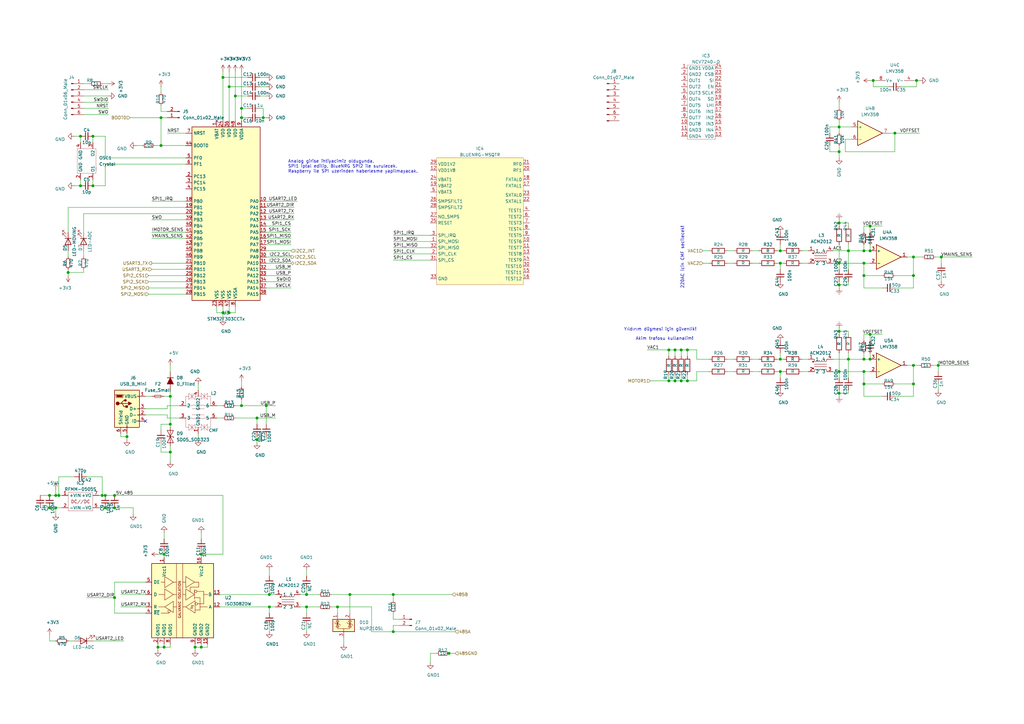
<source format=kicad_sch>
(kicad_sch (version 20210126) (generator eeschema)
  (paper "A3")
  (junction (at 20.32 203.2) (diameter 1.016))
  (junction (at 20.32 208.28) (diameter 1.016))
  (junction (at 22.86 203.2) (diameter 1.016))
  (junction (at 22.86 208.28) (diameter 1.016))
  (junction (at 24.13 203.2) (diameter 1.016))
  (junction (at 27.94 111.76) (diameter 1.016))
  (junction (at 33.02 55.88) (diameter 1.016))
  (junction (at 33.02 76.2) (diameter 1.016))
  (junction (at 38.1 55.88) (diameter 1.016))
  (junction (at 38.1 76.2) (diameter 1.016))
  (junction (at 41.91 203.2) (diameter 1.016))
  (junction (at 43.18 203.2) (diameter 1.016))
  (junction (at 43.18 208.28) (diameter 1.016))
  (junction (at 46.99 203.2) (diameter 1.016))
  (junction (at 46.99 208.28) (diameter 1.016))
  (junction (at 46.99 245.11) (diameter 1.016))
  (junction (at 52.07 179.07) (diameter 1.016))
  (junction (at 64.77 265.43) (diameter 1.016))
  (junction (at 66.04 48.26) (diameter 1.016))
  (junction (at 66.04 59.69) (diameter 1.016))
  (junction (at 67.31 227.33) (diameter 1.016))
  (junction (at 67.31 265.43) (diameter 1.016))
  (junction (at 69.85 162.56) (diameter 1.016))
  (junction (at 69.85 173.99) (diameter 1.016))
  (junction (at 69.85 185.42) (diameter 1.016))
  (junction (at 80.01 265.43) (diameter 1.016))
  (junction (at 82.55 227.33) (diameter 1.016))
  (junction (at 82.55 265.43) (diameter 1.016))
  (junction (at 91.44 31.75) (diameter 1.016))
  (junction (at 91.44 128.27) (diameter 1.016))
  (junction (at 93.98 35.56) (diameter 1.016))
  (junction (at 93.98 128.27) (diameter 1.016))
  (junction (at 96.52 39.37) (diameter 1.016))
  (junction (at 99.06 44.45) (diameter 1.016))
  (junction (at 99.06 48.26) (diameter 1.016))
  (junction (at 99.06 166.37) (diameter 1.016))
  (junction (at 105.41 171.45) (diameter 1.016))
  (junction (at 105.41 180.34) (diameter 1.016))
  (junction (at 107.95 48.26) (diameter 1.016))
  (junction (at 109.22 166.37) (diameter 1.016))
  (junction (at 110.49 243.84) (diameter 1.016))
  (junction (at 110.49 248.92) (diameter 1.016))
  (junction (at 125.73 243.84) (diameter 1.016))
  (junction (at 125.73 248.92) (diameter 1.016))
  (junction (at 138.43 248.92) (diameter 1.016))
  (junction (at 143.51 243.84) (diameter 1.016))
  (junction (at 161.29 243.84) (diameter 1.016))
  (junction (at 161.29 259.08) (diameter 1.016))
  (junction (at 184.15 267.97) (diameter 1.016))
  (junction (at 274.32 143.51) (diameter 1.016))
  (junction (at 274.32 156.21) (diameter 1.016))
  (junction (at 276.86 143.51) (diameter 1.016))
  (junction (at 276.86 156.21) (diameter 1.016))
  (junction (at 279.4 143.51) (diameter 1.016))
  (junction (at 279.4 156.21) (diameter 1.016))
  (junction (at 281.94 143.51) (diameter 1.016))
  (junction (at 281.94 156.21) (diameter 1.016))
  (junction (at 320.04 102.87) (diameter 1.016))
  (junction (at 320.04 107.95) (diameter 1.016))
  (junction (at 320.04 147.32) (diameter 1.016))
  (junction (at 320.04 152.4) (diameter 1.016))
  (junction (at 344.17 52.07) (diameter 1.016))
  (junction (at 344.17 62.23) (diameter 1.016))
  (junction (at 344.17 91.44) (diameter 1.016))
  (junction (at 344.17 107.95) (diameter 1.016))
  (junction (at 344.17 116.84) (diameter 1.016))
  (junction (at 344.17 135.89) (diameter 1.016))
  (junction (at 344.17 152.4) (diameter 1.016))
  (junction (at 344.17 161.29) (diameter 1.016))
  (junction (at 347.98 102.87) (diameter 1.016))
  (junction (at 347.98 147.32) (diameter 1.016))
  (junction (at 354.33 102.87) (diameter 1.016))
  (junction (at 354.33 107.95) (diameter 1.016))
  (junction (at 354.33 113.03) (diameter 1.016))
  (junction (at 354.33 147.32) (diameter 1.016))
  (junction (at 354.33 152.4) (diameter 1.016))
  (junction (at 354.33 157.48) (diameter 1.016))
  (junction (at 356.87 92.71) (diameter 1.016))
  (junction (at 356.87 102.87) (diameter 1.016))
  (junction (at 356.87 137.16) (diameter 1.016))
  (junction (at 356.87 147.32) (diameter 1.016))
  (junction (at 358.14 33.02) (diameter 1.016))
  (junction (at 367.03 54.61) (diameter 1.016))
  (junction (at 374.65 105.41) (diameter 1.016))
  (junction (at 374.65 113.03) (diameter 1.016))
  (junction (at 374.65 149.86) (diameter 1.016))
  (junction (at 374.65 157.48) (diameter 1.016))
  (junction (at 375.92 33.02) (diameter 1.016))
  (junction (at 384.81 149.86) (diameter 1.016))
  (junction (at 386.08 105.41) (diameter 1.016))
  (no_connect (at 59.69 172.72))
  (no_connect (at 88.9 49.53))
  (wire (pts (xy 16.51 203.2) (xy 20.32 203.2)))
  (wire (pts (xy 16.51 208.28) (xy 20.32 208.28)))
  (wire (pts (xy 20.32 203.2) (xy 22.86 203.2)))
  (wire (pts (xy 20.32 208.28) (xy 22.86 208.28)))
  (wire (pts (xy 20.32 260.35) (xy 20.32 262.89)))
  (wire (pts (xy 20.32 262.89) (xy 22.86 262.89)))
  (wire (pts (xy 22.86 200.66) (xy 22.86 203.2)))
  (wire (pts (xy 22.86 208.28) (xy 22.86 210.82)))
  (wire (pts (xy 24.13 195.58) (xy 24.13 203.2)))
  (wire (pts (xy 24.13 203.2) (xy 22.86 203.2)))
  (wire (pts (xy 25.4 203.2) (xy 24.13 203.2)))
  (wire (pts (xy 25.4 208.28) (xy 22.86 208.28)))
  (wire (pts (xy 27.94 85.09) (xy 27.94 95.25)))
  (wire (pts (xy 27.94 105.41) (xy 27.94 102.87)))
  (wire (pts (xy 27.94 111.76) (xy 27.94 110.49)))
  (wire (pts (xy 27.94 113.03) (xy 27.94 111.76)))
  (wire (pts (xy 27.94 262.89) (xy 30.48 262.89)))
  (wire (pts (xy 30.48 55.88) (xy 33.02 55.88)))
  (wire (pts (xy 30.48 76.2) (xy 33.02 76.2)))
  (wire (pts (xy 30.48 195.58) (xy 24.13 195.58)))
  (wire (pts (xy 33.02 55.88) (xy 33.02 58.42)))
  (wire (pts (xy 33.02 73.66) (xy 33.02 76.2)))
  (wire (pts (xy 34.29 34.29) (xy 36.83 34.29)))
  (wire (pts (xy 34.29 36.83) (xy 44.45 36.83)))
  (wire (pts (xy 34.29 39.37) (xy 44.45 39.37)))
  (wire (pts (xy 34.29 41.91) (xy 44.45 41.91)))
  (wire (pts (xy 34.29 44.45) (xy 44.45 44.45)))
  (wire (pts (xy 34.29 46.99) (xy 44.45 46.99)))
  (wire (pts (xy 34.29 87.63) (xy 34.29 95.25)))
  (wire (pts (xy 34.29 87.63) (xy 76.2 87.63)))
  (wire (pts (xy 34.29 102.87) (xy 34.29 105.41)))
  (wire (pts (xy 34.29 110.49) (xy 34.29 111.76)))
  (wire (pts (xy 34.29 111.76) (xy 27.94 111.76)))
  (wire (pts (xy 35.56 195.58) (xy 41.91 195.58)))
  (wire (pts (xy 35.56 245.11) (xy 46.99 245.11)))
  (wire (pts (xy 38.1 55.88) (xy 38.1 58.42)))
  (wire (pts (xy 38.1 55.88) (xy 43.18 55.88)))
  (wire (pts (xy 38.1 73.66) (xy 38.1 76.2)))
  (wire (pts (xy 38.1 76.2) (xy 43.18 76.2)))
  (wire (pts (xy 38.1 262.89) (xy 50.8 262.89)))
  (wire (pts (xy 40.64 203.2) (xy 41.91 203.2)))
  (wire (pts (xy 40.64 208.28) (xy 43.18 208.28)))
  (wire (pts (xy 41.91 34.29) (xy 44.45 34.29)))
  (wire (pts (xy 41.91 195.58) (xy 41.91 203.2)))
  (wire (pts (xy 41.91 203.2) (xy 43.18 203.2)))
  (wire (pts (xy 43.18 64.77) (xy 43.18 55.88)))
  (wire (pts (xy 43.18 64.77) (xy 76.2 64.77)))
  (wire (pts (xy 43.18 67.31) (xy 43.18 76.2)))
  (wire (pts (xy 43.18 67.31) (xy 76.2 67.31)))
  (wire (pts (xy 43.18 203.2) (xy 46.99 203.2)))
  (wire (pts (xy 43.18 208.28) (xy 46.99 208.28)))
  (wire (pts (xy 46.99 203.2) (xy 91.44 203.2)))
  (wire (pts (xy 46.99 208.28) (xy 54.61 208.28)))
  (wire (pts (xy 46.99 238.76) (xy 46.99 245.11)))
  (wire (pts (xy 46.99 245.11) (xy 46.99 251.46)))
  (wire (pts (xy 46.99 251.46) (xy 59.69 251.46)))
  (wire (pts (xy 49.53 177.8) (xy 49.53 179.07)))
  (wire (pts (xy 49.53 179.07) (xy 52.07 179.07)))
  (wire (pts (xy 49.53 243.84) (xy 59.69 243.84)))
  (wire (pts (xy 49.53 248.92) (xy 59.69 248.92)))
  (wire (pts (xy 52.07 177.8) (xy 52.07 179.07)))
  (wire (pts (xy 52.07 179.07) (xy 52.07 180.34)))
  (wire (pts (xy 53.34 48.26) (xy 66.04 48.26)))
  (wire (pts (xy 54.61 208.28) (xy 54.61 210.82)))
  (wire (pts (xy 55.88 59.69) (xy 58.42 59.69)))
  (wire (pts (xy 59.69 167.64) (xy 68.58 167.64)))
  (wire (pts (xy 59.69 238.76) (xy 46.99 238.76)))
  (wire (pts (xy 60.96 113.03) (xy 76.2 113.03)))
  (wire (pts (xy 60.96 115.57) (xy 76.2 115.57)))
  (wire (pts (xy 60.96 118.11) (xy 76.2 118.11)))
  (wire (pts (xy 60.96 120.65) (xy 76.2 120.65)))
  (wire (pts (xy 62.23 82.55) (xy 76.2 82.55)))
  (wire (pts (xy 62.23 90.17) (xy 76.2 90.17)))
  (wire (pts (xy 62.23 95.25) (xy 76.2 95.25)))
  (wire (pts (xy 62.23 97.79) (xy 76.2 97.79)))
  (wire (pts (xy 62.23 107.95) (xy 76.2 107.95)))
  (wire (pts (xy 62.23 110.49) (xy 76.2 110.49)))
  (wire (pts (xy 62.23 162.56) (xy 59.69 162.56)))
  (wire (pts (xy 63.5 59.69) (xy 66.04 59.69)))
  (wire (pts (xy 64.77 227.33) (xy 67.31 227.33)))
  (wire (pts (xy 64.77 264.16) (xy 64.77 265.43)))
  (wire (pts (xy 64.77 265.43) (xy 64.77 266.7)))
  (wire (pts (xy 66.04 35.56) (xy 66.04 38.1)))
  (wire (pts (xy 66.04 43.18) (xy 66.04 45.72)))
  (wire (pts (xy 66.04 45.72) (xy 68.58 45.72)))
  (wire (pts (xy 66.04 48.26) (xy 66.04 59.69)))
  (wire (pts (xy 66.04 59.69) (xy 76.2 59.69)))
  (wire (pts (xy 66.04 173.99) (xy 69.85 173.99)))
  (wire (pts (xy 66.04 176.53) (xy 66.04 173.99)))
  (wire (pts (xy 66.04 181.61) (xy 66.04 185.42)))
  (wire (pts (xy 67.31 162.56) (xy 69.85 162.56)))
  (wire (pts (xy 67.31 218.44) (xy 67.31 220.98)))
  (wire (pts (xy 67.31 227.33) (xy 67.31 226.06)))
  (wire (pts (xy 67.31 228.6) (xy 67.31 227.33)))
  (wire (pts (xy 67.31 264.16) (xy 67.31 265.43)))
  (wire (pts (xy 67.31 265.43) (xy 64.77 265.43)))
  (wire (pts (xy 68.58 48.26) (xy 66.04 48.26)))
  (wire (pts (xy 68.58 54.61) (xy 76.2 54.61)))
  (wire (pts (xy 68.58 166.37) (xy 73.66 166.37)))
  (wire (pts (xy 68.58 167.64) (xy 68.58 166.37)))
  (wire (pts (xy 68.58 170.18) (xy 59.69 170.18)))
  (wire (pts (xy 68.58 170.18) (xy 68.58 171.45)))
  (wire (pts (xy 68.58 171.45) (xy 73.66 171.45)))
  (wire (pts (xy 69.85 149.86) (xy 69.85 152.4)))
  (wire (pts (xy 69.85 160.02) (xy 69.85 162.56)))
  (wire (pts (xy 69.85 162.56) (xy 69.85 173.99)))
  (wire (pts (xy 69.85 173.99) (xy 69.85 175.26)))
  (wire (pts (xy 69.85 182.88) (xy 69.85 185.42)))
  (wire (pts (xy 69.85 185.42) (xy 66.04 185.42)))
  (wire (pts (xy 69.85 185.42) (xy 69.85 189.23)))
  (wire (pts (xy 69.85 264.16) (xy 69.85 265.43)))
  (wire (pts (xy 69.85 265.43) (xy 67.31 265.43)))
  (wire (pts (xy 76.2 85.09) (xy 27.94 85.09)))
  (wire (pts (xy 80.01 264.16) (xy 80.01 265.43)))
  (wire (pts (xy 80.01 265.43) (xy 80.01 266.7)))
  (wire (pts (xy 81.28 160.02) (xy 81.28 157.48)))
  (wire (pts (xy 81.28 180.34) (xy 81.28 177.8)))
  (wire (pts (xy 82.55 220.98) (xy 82.55 218.44)))
  (wire (pts (xy 82.55 226.06) (xy 82.55 227.33)))
  (wire (pts (xy 82.55 227.33) (xy 82.55 228.6)))
  (wire (pts (xy 82.55 227.33) (xy 91.44 227.33)))
  (wire (pts (xy 82.55 264.16) (xy 82.55 265.43)))
  (wire (pts (xy 82.55 265.43) (xy 80.01 265.43)))
  (wire (pts (xy 85.09 264.16) (xy 85.09 265.43)))
  (wire (pts (xy 85.09 265.43) (xy 82.55 265.43)))
  (wire (pts (xy 88.9 125.73) (xy 88.9 128.27)))
  (wire (pts (xy 88.9 128.27) (xy 91.44 128.27)))
  (wire (pts (xy 88.9 166.37) (xy 91.44 166.37)))
  (wire (pts (xy 88.9 171.45) (xy 91.44 171.45)))
  (wire (pts (xy 90.17 243.84) (xy 110.49 243.84)))
  (wire (pts (xy 90.17 248.92) (xy 110.49 248.92)))
  (wire (pts (xy 91.44 29.21) (xy 91.44 31.75)))
  (wire (pts (xy 91.44 31.75) (xy 91.44 49.53)))
  (wire (pts (xy 91.44 125.73) (xy 91.44 128.27)))
  (wire (pts (xy 91.44 128.27) (xy 91.44 130.81)))
  (wire (pts (xy 91.44 128.27) (xy 93.98 128.27)))
  (wire (pts (xy 91.44 203.2) (xy 91.44 227.33)))
  (wire (pts (xy 93.98 29.21) (xy 93.98 35.56)))
  (wire (pts (xy 93.98 35.56) (xy 93.98 49.53)))
  (wire (pts (xy 93.98 125.73) (xy 93.98 128.27)))
  (wire (pts (xy 93.98 128.27) (xy 96.52 128.27)))
  (wire (pts (xy 96.52 29.21) (xy 96.52 39.37)))
  (wire (pts (xy 96.52 39.37) (xy 96.52 49.53)))
  (wire (pts (xy 96.52 125.73) (xy 96.52 128.27)))
  (wire (pts (xy 96.52 171.45) (xy 105.41 171.45)))
  (wire (pts (xy 99.06 29.21) (xy 99.06 44.45)))
  (wire (pts (xy 99.06 44.45) (xy 99.06 48.26)))
  (wire (pts (xy 99.06 48.26) (xy 99.06 49.53)))
  (wire (pts (xy 99.06 48.26) (xy 101.6 48.26)))
  (wire (pts (xy 99.06 156.21) (xy 99.06 158.75)))
  (wire (pts (xy 99.06 163.83) (xy 99.06 166.37)))
  (wire (pts (xy 99.06 166.37) (xy 96.52 166.37)))
  (wire (pts (xy 99.06 166.37) (xy 109.22 166.37)))
  (wire (pts (xy 101.6 31.75) (xy 91.44 31.75)))
  (wire (pts (xy 101.6 35.56) (xy 93.98 35.56)))
  (wire (pts (xy 101.6 39.37) (xy 96.52 39.37)))
  (wire (pts (xy 101.6 44.45) (xy 99.06 44.45)))
  (wire (pts (xy 105.41 171.45) (xy 105.41 173.99)))
  (wire (pts (xy 105.41 171.45) (xy 113.03 171.45)))
  (wire (pts (xy 105.41 179.07) (xy 105.41 180.34)))
  (wire (pts (xy 105.41 180.34) (xy 105.41 181.61)))
  (wire (pts (xy 106.68 31.75) (xy 109.22 31.75)))
  (wire (pts (xy 106.68 35.56) (xy 109.22 35.56)))
  (wire (pts (xy 106.68 39.37) (xy 109.22 39.37)))
  (wire (pts (xy 106.68 44.45) (xy 107.95 44.45)))
  (wire (pts (xy 107.95 44.45) (xy 107.95 48.26)))
  (wire (pts (xy 107.95 48.26) (xy 106.68 48.26)))
  (wire (pts (xy 107.95 48.26) (xy 109.22 48.26)))
  (wire (pts (xy 109.22 82.55) (xy 121.92 82.55)))
  (wire (pts (xy 109.22 85.09) (xy 120.65 85.09)))
  (wire (pts (xy 109.22 87.63) (xy 120.65 87.63)))
  (wire (pts (xy 109.22 90.17) (xy 120.65 90.17)))
  (wire (pts (xy 109.22 92.71) (xy 119.38 92.71)))
  (wire (pts (xy 109.22 95.25) (xy 119.38 95.25)))
  (wire (pts (xy 109.22 97.79) (xy 119.38 97.79)))
  (wire (pts (xy 109.22 100.33) (xy 119.38 100.33)))
  (wire (pts (xy 109.22 102.87) (xy 119.38 102.87)))
  (wire (pts (xy 109.22 105.41) (xy 119.38 105.41)))
  (wire (pts (xy 109.22 107.95) (xy 119.38 107.95)))
  (wire (pts (xy 109.22 110.49) (xy 119.38 110.49)))
  (wire (pts (xy 109.22 113.03) (xy 119.38 113.03)))
  (wire (pts (xy 109.22 115.57) (xy 119.38 115.57)))
  (wire (pts (xy 109.22 118.11) (xy 119.38 118.11)))
  (wire (pts (xy 109.22 166.37) (xy 109.22 173.99)))
  (wire (pts (xy 109.22 166.37) (xy 113.03 166.37)))
  (wire (pts (xy 109.22 179.07) (xy 109.22 180.34)))
  (wire (pts (xy 109.22 180.34) (xy 105.41 180.34)))
  (wire (pts (xy 110.49 236.22) (xy 110.49 233.68)))
  (wire (pts (xy 110.49 241.3) (xy 110.49 243.84)))
  (wire (pts (xy 110.49 243.84) (xy 113.03 243.84)))
  (wire (pts (xy 110.49 248.92) (xy 113.03 248.92)))
  (wire (pts (xy 110.49 251.46) (xy 110.49 248.92)))
  (wire (pts (xy 110.49 256.54) (xy 110.49 259.08)))
  (wire (pts (xy 123.19 243.84) (xy 125.73 243.84)))
  (wire (pts (xy 123.19 248.92) (xy 125.73 248.92)))
  (wire (pts (xy 125.73 233.68) (xy 125.73 236.22)))
  (wire (pts (xy 125.73 241.3) (xy 125.73 243.84)))
  (wire (pts (xy 125.73 243.84) (xy 130.81 243.84)))
  (wire (pts (xy 125.73 248.92) (xy 125.73 251.46)))
  (wire (pts (xy 125.73 248.92) (xy 130.81 248.92)))
  (wire (pts (xy 125.73 259.08) (xy 125.73 256.54)))
  (wire (pts (xy 135.89 243.84) (xy 143.51 243.84)))
  (wire (pts (xy 135.89 248.92) (xy 138.43 248.92)))
  (wire (pts (xy 138.43 248.92) (xy 138.43 251.46)))
  (wire (pts (xy 140.97 261.62) (xy 140.97 264.16)))
  (wire (pts (xy 143.51 243.84) (xy 143.51 251.46)))
  (wire (pts (xy 152.4 248.92) (xy 138.43 248.92)))
  (wire (pts (xy 152.4 259.08) (xy 152.4 248.92)))
  (wire (pts (xy 161.29 96.52) (xy 176.53 96.52)))
  (wire (pts (xy 161.29 99.06) (xy 176.53 99.06)))
  (wire (pts (xy 161.29 101.6) (xy 176.53 101.6)))
  (wire (pts (xy 161.29 104.14) (xy 176.53 104.14)))
  (wire (pts (xy 161.29 106.68) (xy 176.53 106.68)))
  (wire (pts (xy 161.29 243.84) (xy 143.51 243.84)))
  (wire (pts (xy 161.29 243.84) (xy 161.29 246.38)))
  (wire (pts (xy 161.29 243.84) (xy 185.42 243.84)))
  (wire (pts (xy 161.29 251.46) (xy 161.29 254)))
  (wire (pts (xy 161.29 254) (xy 163.83 254)))
  (wire (pts (xy 161.29 256.54) (xy 161.29 259.08)))
  (wire (pts (xy 161.29 256.54) (xy 163.83 256.54)))
  (wire (pts (xy 161.29 259.08) (xy 152.4 259.08)))
  (wire (pts (xy 161.29 259.08) (xy 186.69 259.08)))
  (wire (pts (xy 176.53 267.97) (xy 176.53 271.78)))
  (wire (pts (xy 179.07 267.97) (xy 176.53 267.97)))
  (wire (pts (xy 184.15 267.97) (xy 182.88 267.97)))
  (wire (pts (xy 186.69 267.97) (xy 184.15 267.97)))
  (wire (pts (xy 265.43 143.51) (xy 274.32 143.51)))
  (wire (pts (xy 266.7 156.21) (xy 274.32 156.21)))
  (wire (pts (xy 274.32 143.51) (xy 276.86 143.51)))
  (wire (pts (xy 274.32 146.05) (xy 274.32 143.51)))
  (wire (pts (xy 274.32 153.67) (xy 274.32 156.21)))
  (wire (pts (xy 274.32 156.21) (xy 276.86 156.21)))
  (wire (pts (xy 276.86 143.51) (xy 279.4 143.51)))
  (wire (pts (xy 276.86 146.05) (xy 276.86 143.51)))
  (wire (pts (xy 276.86 156.21) (xy 276.86 153.67)))
  (wire (pts (xy 276.86 156.21) (xy 279.4 156.21)))
  (wire (pts (xy 279.4 143.51) (xy 281.94 143.51)))
  (wire (pts (xy 279.4 146.05) (xy 279.4 143.51)))
  (wire (pts (xy 279.4 156.21) (xy 279.4 153.67)))
  (wire (pts (xy 281.94 143.51) (xy 281.94 146.05)))
  (wire (pts (xy 281.94 153.67) (xy 281.94 156.21)))
  (wire (pts (xy 281.94 156.21) (xy 279.4 156.21)))
  (wire (pts (xy 285.75 143.51) (xy 281.94 143.51)))
  (wire (pts (xy 285.75 147.32) (xy 285.75 143.51)))
  (wire (pts (xy 285.75 147.32) (xy 290.83 147.32)))
  (wire (pts (xy 285.75 152.4) (xy 285.75 156.21)))
  (wire (pts (xy 285.75 152.4) (xy 290.83 152.4)))
  (wire (pts (xy 285.75 156.21) (xy 281.94 156.21)))
  (wire (pts (xy 290.83 102.87) (xy 288.29 102.87)))
  (wire (pts (xy 290.83 107.95) (xy 288.29 107.95)))
  (wire (pts (xy 298.45 147.32) (xy 300.99 147.32)))
  (wire (pts (xy 300.99 102.87) (xy 298.45 102.87)))
  (wire (pts (xy 300.99 107.95) (xy 298.45 107.95)))
  (wire (pts (xy 300.99 152.4) (xy 298.45 152.4)))
  (wire (pts (xy 308.61 102.87) (xy 311.15 102.87)))
  (wire (pts (xy 308.61 147.32) (xy 311.15 147.32)))
  (wire (pts (xy 311.15 107.95) (xy 308.61 107.95)))
  (wire (pts (xy 311.15 152.4) (xy 308.61 152.4)))
  (wire (pts (xy 318.77 102.87) (xy 320.04 102.87)))
  (wire (pts (xy 318.77 107.95) (xy 320.04 107.95)))
  (wire (pts (xy 318.77 147.32) (xy 320.04 147.32)))
  (wire (pts (xy 318.77 152.4) (xy 320.04 152.4)))
  (wire (pts (xy 320.04 100.33) (xy 320.04 102.87)))
  (wire (pts (xy 320.04 102.87) (xy 321.31 102.87)))
  (wire (pts (xy 320.04 107.95) (xy 320.04 110.49)))
  (wire (pts (xy 320.04 107.95) (xy 321.31 107.95)))
  (wire (pts (xy 320.04 144.78) (xy 320.04 147.32)))
  (wire (pts (xy 320.04 147.32) (xy 321.31 147.32)))
  (wire (pts (xy 320.04 152.4) (xy 320.04 154.94)))
  (wire (pts (xy 320.04 152.4) (xy 321.31 152.4)))
  (wire (pts (xy 331.47 102.87) (xy 328.93 102.87)))
  (wire (pts (xy 331.47 107.95) (xy 328.93 107.95)))
  (wire (pts (xy 331.47 147.32) (xy 328.93 147.32)))
  (wire (pts (xy 331.47 152.4) (xy 328.93 152.4)))
  (wire (pts (xy 340.36 52.07) (xy 344.17 52.07)))
  (wire (pts (xy 340.36 54.61) (xy 340.36 52.07)))
  (wire (pts (xy 340.36 59.69) (xy 340.36 62.23)))
  (wire (pts (xy 340.36 62.23) (xy 344.17 62.23)))
  (wire (pts (xy 341.63 102.87) (xy 347.98 102.87)))
  (wire (pts (xy 341.63 107.95) (xy 344.17 107.95)))
  (wire (pts (xy 341.63 147.32) (xy 347.98 147.32)))
  (wire (pts (xy 341.63 152.4) (xy 344.17 152.4)))
  (wire (pts (xy 344.17 41.91) (xy 344.17 44.45)))
  (wire (pts (xy 344.17 49.53) (xy 344.17 52.07)))
  (wire (pts (xy 344.17 52.07) (xy 344.17 54.61)))
  (wire (pts (xy 344.17 59.69) (xy 344.17 62.23)))
  (wire (pts (xy 344.17 62.23) (xy 344.17 64.77)))
  (wire (pts (xy 344.17 91.44) (xy 344.17 90.17)))
  (wire (pts (xy 344.17 92.71) (xy 344.17 91.44)))
  (wire (pts (xy 344.17 100.33) (xy 344.17 107.95)))
  (wire (pts (xy 344.17 107.95) (xy 354.33 107.95)))
  (wire (pts (xy 344.17 110.49) (xy 344.17 107.95)))
  (wire (pts (xy 344.17 115.57) (xy 344.17 116.84)))
  (wire (pts (xy 344.17 116.84) (xy 344.17 118.11)))
  (wire (pts (xy 344.17 135.89) (xy 344.17 134.62)))
  (wire (pts (xy 344.17 137.16) (xy 344.17 135.89)))
  (wire (pts (xy 344.17 144.78) (xy 344.17 152.4)))
  (wire (pts (xy 344.17 152.4) (xy 354.33 152.4)))
  (wire (pts (xy 344.17 154.94) (xy 344.17 152.4)))
  (wire (pts (xy 344.17 160.02) (xy 344.17 161.29)))
  (wire (pts (xy 344.17 161.29) (xy 344.17 162.56)))
  (wire (pts (xy 346.71 57.15) (xy 346.71 62.23)))
  (wire (pts (xy 346.71 62.23) (xy 367.03 62.23)))
  (wire (pts (xy 347.98 91.44) (xy 344.17 91.44)))
  (wire (pts (xy 347.98 92.71) (xy 347.98 91.44)))
  (wire (pts (xy 347.98 100.33) (xy 347.98 102.87)))
  (wire (pts (xy 347.98 102.87) (xy 354.33 102.87)))
  (wire (pts (xy 347.98 110.49) (xy 347.98 102.87)))
  (wire (pts (xy 347.98 115.57) (xy 347.98 116.84)))
  (wire (pts (xy 347.98 116.84) (xy 344.17 116.84)))
  (wire (pts (xy 347.98 135.89) (xy 344.17 135.89)))
  (wire (pts (xy 347.98 137.16) (xy 347.98 135.89)))
  (wire (pts (xy 347.98 144.78) (xy 347.98 147.32)))
  (wire (pts (xy 347.98 147.32) (xy 354.33 147.32)))
  (wire (pts (xy 347.98 154.94) (xy 347.98 147.32)))
  (wire (pts (xy 347.98 160.02) (xy 347.98 161.29)))
  (wire (pts (xy 347.98 161.29) (xy 344.17 161.29)))
  (wire (pts (xy 349.25 52.07) (xy 344.17 52.07)))
  (wire (pts (xy 349.25 57.15) (xy 346.71 57.15)))
  (wire (pts (xy 354.33 92.71) (xy 356.87 92.71)))
  (wire (pts (xy 354.33 95.25) (xy 354.33 92.71)))
  (wire (pts (xy 354.33 100.33) (xy 354.33 102.87)))
  (wire (pts (xy 354.33 102.87) (xy 356.87 102.87)))
  (wire (pts (xy 354.33 107.95) (xy 354.33 113.03)))
  (wire (pts (xy 354.33 107.95) (xy 356.87 107.95)))
  (wire (pts (xy 354.33 113.03) (xy 361.95 113.03)))
  (wire (pts (xy 354.33 118.11) (xy 354.33 113.03)))
  (wire (pts (xy 354.33 137.16) (xy 356.87 137.16)))
  (wire (pts (xy 354.33 139.7) (xy 354.33 137.16)))
  (wire (pts (xy 354.33 144.78) (xy 354.33 147.32)))
  (wire (pts (xy 354.33 147.32) (xy 356.87 147.32)))
  (wire (pts (xy 354.33 152.4) (xy 354.33 157.48)))
  (wire (pts (xy 354.33 152.4) (xy 356.87 152.4)))
  (wire (pts (xy 354.33 157.48) (xy 361.95 157.48)))
  (wire (pts (xy 354.33 162.56) (xy 354.33 157.48)))
  (wire (pts (xy 356.87 33.02) (xy 358.14 33.02)))
  (wire (pts (xy 356.87 92.71) (xy 361.95 92.71)))
  (wire (pts (xy 356.87 95.25) (xy 356.87 92.71)))
  (wire (pts (xy 356.87 100.33) (xy 356.87 102.87)))
  (wire (pts (xy 356.87 137.16) (xy 361.95 137.16)))
  (wire (pts (xy 356.87 139.7) (xy 356.87 137.16)))
  (wire (pts (xy 356.87 144.78) (xy 356.87 147.32)))
  (wire (pts (xy 358.14 33.02) (xy 359.41 33.02)))
  (wire (pts (xy 358.14 35.56) (xy 358.14 33.02)))
  (wire (pts (xy 361.95 118.11) (xy 354.33 118.11)))
  (wire (pts (xy 361.95 162.56) (xy 354.33 162.56)))
  (wire (pts (xy 364.49 35.56) (xy 358.14 35.56)))
  (wire (pts (xy 367.03 54.61) (xy 364.49 54.61)))
  (wire (pts (xy 367.03 54.61) (xy 377.19 54.61)))
  (wire (pts (xy 367.03 62.23) (xy 367.03 54.61)))
  (wire (pts (xy 367.03 113.03) (xy 374.65 113.03)))
  (wire (pts (xy 367.03 118.11) (xy 374.65 118.11)))
  (wire (pts (xy 367.03 157.48) (xy 374.65 157.48)))
  (wire (pts (xy 367.03 162.56) (xy 374.65 162.56)))
  (wire (pts (xy 369.57 35.56) (xy 375.92 35.56)))
  (wire (pts (xy 374.65 105.41) (xy 372.11 105.41)))
  (wire (pts (xy 374.65 105.41) (xy 378.46 105.41)))
  (wire (pts (xy 374.65 113.03) (xy 374.65 105.41)))
  (wire (pts (xy 374.65 118.11) (xy 374.65 113.03)))
  (wire (pts (xy 374.65 149.86) (xy 372.11 149.86)))
  (wire (pts (xy 374.65 149.86) (xy 377.19 149.86)))
  (wire (pts (xy 374.65 157.48) (xy 374.65 149.86)))
  (wire (pts (xy 374.65 157.48) (xy 374.65 162.56)))
  (wire (pts (xy 375.92 33.02) (xy 374.65 33.02)))
  (wire (pts (xy 375.92 33.02) (xy 377.19 33.02)))
  (wire (pts (xy 375.92 35.56) (xy 375.92 33.02)))
  (wire (pts (xy 382.27 149.86) (xy 384.81 149.86)))
  (wire (pts (xy 383.54 105.41) (xy 386.08 105.41)))
  (wire (pts (xy 384.81 149.86) (xy 384.81 152.4)))
  (wire (pts (xy 384.81 149.86) (xy 397.51 149.86)))
  (wire (pts (xy 384.81 160.02) (xy 384.81 157.48)))
  (wire (pts (xy 386.08 105.41) (xy 386.08 107.95)))
  (wire (pts (xy 386.08 105.41) (xy 398.78 105.41)))
  (wire (pts (xy 386.08 113.03) (xy 386.08 115.57)))
  (text "Analog girise ihtiyacimiz oldugunda,\nSPI1 iptal edilip, BlueNRG SPI2 ile surulecek.\nRaspberry ile SPI uzerinden haberlesme yapilmayacak.\n" (at 118.11 71.12 0) (effects (font (size 1.27 1.27)) (justify left bottom)))
  (text "220AC icin CMF secilecek!" (at 280.67 92.71 270) (effects (font (size 1.27 1.27)) (justify right bottom)))
  (text "Akim trafosu kullanalim!" (at 284.48 139.7 180) (effects (font (size 1.27 1.27)) (justify right bottom)))
  (text "Yıldırım düşmesi için güvenlik!" (at 285.75 135.89 180) (effects (font (size 1.27 1.27)) (justify right bottom)))
  (label "USART2_DIR" (at 35.56 245.11 0))
  (label "SWCLK" (at 44.45 36.83 180))
  (label "SWDIO" (at 44.45 41.91 180))
  (label "NRST" (at 44.45 44.45 180))
  (label "SWO" (at 44.45 46.99 180))
  (label "USART2_TX" (at 49.53 243.84 0))
  (label "USART2_RX" (at 49.53 248.92 0))
  (label "USART2_LED" (at 50.8 262.89 180))
  (label "5V_485" (at 54.61 203.2 180))
  (label "SPI1_IRQ" (at 62.23 82.55 0))
  (label "SWO" (at 62.23 90.17 0))
  (label "IMOTOR_SENS" (at 62.23 95.25 0))
  (label "VMAINS_SENS" (at 62.23 97.79 0))
  (label "NRST" (at 68.58 54.61 0))
  (label "USB_P" (at 113.03 166.37 180))
  (label "USB_M" (at 113.03 171.45 180))
  (label "SPI1_CS" (at 119.38 92.71 180))
  (label "SPI1_SCK" (at 119.38 95.25 180))
  (label "SPI1_MISO" (at 119.38 97.79 180))
  (label "SPI1_MOSI" (at 119.38 100.33 180))
  (label "I2C2_SCL" (at 119.38 105.41 180))
  (label "I2C2_SDA" (at 119.38 107.95 180))
  (label "USB_M" (at 119.38 110.49 180))
  (label "USB_P" (at 119.38 113.03 180))
  (label "SWDIO" (at 119.38 115.57 180))
  (label "SWCLK" (at 119.38 118.11 180))
  (label "USART2_DIR" (at 120.65 85.09 180))
  (label "USART2_TX" (at 120.65 87.63 180))
  (label "USART2_RX" (at 120.65 90.17 180))
  (label "USART2_LED" (at 121.92 82.55 180))
  (label "SPI1_IRQ" (at 161.29 96.52 0))
  (label "SPI1_MOSI" (at 161.29 99.06 0))
  (label "SPI1_MISO" (at 161.29 101.6 0))
  (label "SPI1_CLK" (at 161.29 104.14 0))
  (label "SPI1_CS" (at 161.29 106.68 0))
  (label "VAC1" (at 265.43 143.51 0))
  (label "AC1" (at 341.63 102.87 0))
  (label "AC2" (at 341.63 107.95 0))
  (label "VOFFSET" (at 361.95 92.71 180))
  (label "VOFFSET" (at 361.95 137.16 180))
  (label "VOFFSET" (at 377.19 54.61 180))
  (label "IMOTOR_SENS" (at 397.51 149.86 180))
  (label "VMAINS_SENS" (at 398.78 105.41 180))
  (hierarchical_label "BOOT0" (shape input) (at 53.34 48.26 180))
  (hierarchical_label "SPI2_CS1" (shape input) (at 60.96 113.03 180))
  (hierarchical_label "SPI2_SCK" (shape input) (at 60.96 115.57 180))
  (hierarchical_label "SPI2_MISO" (shape output) (at 60.96 118.11 180))
  (hierarchical_label "SPI2_MOSI" (shape input) (at 60.96 120.65 180))
  (hierarchical_label "USART3_TX" (shape output) (at 62.23 107.95 180))
  (hierarchical_label "USART3_RX" (shape input) (at 62.23 110.49 180))
  (hierarchical_label "I2C2_INT" (shape input) (at 119.38 102.87 0))
  (hierarchical_label "I2C2_SCL" (shape output) (at 119.38 105.41 0))
  (hierarchical_label "I2C2_SDA" (shape bidirectional) (at 119.38 107.95 0))
  (hierarchical_label "485B" (shape input) (at 185.42 243.84 0))
  (hierarchical_label "485A" (shape input) (at 186.69 259.08 0))
  (hierarchical_label "485GND" (shape input) (at 186.69 267.97 0))
  (hierarchical_label "MOTOR1" (shape input) (at 266.7 156.21 180))
  (hierarchical_label "VAC1" (shape input) (at 288.29 102.87 180))
  (hierarchical_label "VAC2" (shape input) (at 288.29 107.95 180))
  (symbol (lib_id "Device:Fuse_Small") (at 64.77 162.56 0) (unit 1)
    (property "Reference" "F2" (at 64.77 157.48 0))
    (property "Value" "Fuse_Small" (at 64.77 160.02 0))
    (property "Footprint" "Fuse:Fuse_1206_3216Metric" (effects hide))
  )
  (symbol (lib_id "power:+3V3") (at 20.32 260.35 0) (unit 1)
    (property "Reference" "#PWR017" (effects hide))
    (property "Value" "+3V3" (at 21.59 255.27 0))
  )
  (symbol (lib_id "power:+5VA") (at 22.86 200.66 0) (unit 1)
    (property "Reference" "#PWR023" (effects hide))
    (property "Value" "+5VA" (at 21.59 198.12 0))
  )
  (symbol (lib_id "power:+3V3") (at 27.94 113.03 180) (unit 1)
    (property "Reference" "#PWR018" (effects hide))
    (property "Value" "+3V3" (at 26.67 118.11 0))
  )
  (symbol (lib_id "power:+3V3") (at 44.45 34.29 270) (unit 1)
    (property "Reference" "#PWR021" (effects hide))
    (property "Value" "+3V3" (at 49.53 35.56 0))
  )
  (symbol (lib_id "power:+3V3") (at 64.77 227.33 90) (unit 1)
    (property "Reference" "#PWR026" (effects hide))
    (property "Value" "+3V3" (at 59.69 226.06 0))
  )
  (symbol (lib_id "power:+3V3") (at 66.04 35.56 0) (unit 1)
    (property "Reference" "#PWR028" (effects hide))
    (property "Value" "+3V3" (at 67.31 30.48 0))
  )
  (symbol (lib_id "power:+5V") (at 69.85 149.86 0) (unit 1)
    (property "Reference" "#PWR047" (effects hide))
    (property "Value" "+5V" (at 71.12 144.78 0))
  )
  (symbol (lib_id "power:+3V3") (at 91.44 29.21 0) (unit 1)
    (property "Reference" "#PWR033" (effects hide))
    (property "Value" "+3V3" (at 92.71 24.13 0))
  )
  (symbol (lib_id "power:+3V3") (at 93.98 29.21 0) (unit 1)
    (property "Reference" "#PWR035" (effects hide))
    (property "Value" "+3V3" (at 95.25 24.13 0))
  )
  (symbol (lib_id "power:+3V3") (at 96.52 29.21 0) (unit 1)
    (property "Reference" "#PWR036" (effects hide))
    (property "Value" "+3V3" (at 97.79 24.13 0))
  )
  (symbol (lib_id "power:+3V3") (at 99.06 29.21 0) (unit 1)
    (property "Reference" "#PWR037" (effects hide))
    (property "Value" "+3V3" (at 100.33 24.13 0))
  )
  (symbol (lib_id "power:+3V3") (at 99.06 156.21 0) (unit 1)
    (property "Reference" "#PWR052" (effects hide))
    (property "Value" "+3V3" (at 100.33 151.13 0))
  )
  (symbol (lib_id "power:+3V3") (at 344.17 41.91 0) (unit 1)
    (property "Reference" "#PWR059" (effects hide))
    (property "Value" "+3V3" (at 345.44 36.83 0))
  )
  (symbol (lib_id "power:+3V3") (at 356.87 33.02 90) (unit 1)
    (property "Reference" "#PWR065" (effects hide))
    (property "Value" "+3V3" (at 351.79 31.75 0))
  )
  (symbol (lib_id "power:GND") (at 22.86 210.82 0) (unit 1)
    (property "Reference" "#PWR024" (effects hide))
    (property "Value" "GND" (at 22.86 214.63 90) (effects (justify right)))
  )
  (symbol (lib_id "power:GND") (at 30.48 55.88 270) (unit 1)
    (property "Reference" "#PWR019" (effects hide))
    (property "Value" "GND" (at 26.67 57.15 90) (effects (justify right)))
  )
  (symbol (lib_id "power:GND") (at 30.48 76.2 270) (unit 1)
    (property "Reference" "#PWR020" (effects hide))
    (property "Value" "GND" (at 26.67 77.47 90) (effects (justify right)))
  )
  (symbol (lib_id "power:GND") (at 44.45 39.37 90) (unit 1)
    (property "Reference" "#PWR022" (effects hide))
    (property "Value" "GND" (at 48.26 39.37 90) (effects (justify right)))
  )
  (symbol (lib_id "power:GND") (at 52.07 180.34 0) (unit 1)
    (property "Reference" "#PWR042" (effects hide))
    (property "Value" "GND" (at 53.34 185.42 0))
  )
  (symbol (lib_id "power:GND1") (at 54.61 210.82 0) (unit 1)
    (property "Reference" "#PWR031" (effects hide))
    (property "Value" "GND1" (at 55.88 215.9 0))
  )
  (symbol (lib_id "power:GND") (at 55.88 59.69 270) (unit 1)
    (property "Reference" "#PWR025" (effects hide))
    (property "Value" "GND" (at 52.07 60.96 90) (effects (justify right)))
  )
  (symbol (lib_id "power:GND") (at 64.77 266.7 0) (unit 1)
    (property "Reference" "#PWR027" (effects hide))
    (property "Value" "GND" (at 66.04 271.78 0))
  )
  (symbol (lib_id "power:GND") (at 67.31 218.44 180) (unit 1)
    (property "Reference" "#PWR029" (effects hide))
    (property "Value" "GND" (at 67.31 214.63 90) (effects (justify right)))
  )
  (symbol (lib_id "power:GND") (at 69.85 189.23 0) (unit 1)
    (property "Reference" "#PWR048" (effects hide))
    (property "Value" "GND" (at 71.12 194.31 0))
  )
  (symbol (lib_id "power:GND1") (at 80.01 266.7 0) (unit 1)
    (property "Reference" "#PWR030" (effects hide))
    (property "Value" "GND1" (at 81.28 271.78 0))
  )
  (symbol (lib_id "power:GND") (at 81.28 157.48 180) (unit 1)
    (property "Reference" "#PWR049" (effects hide))
    (property "Value" "GND" (at 80.01 152.4 0))
  )
  (symbol (lib_id "power:GND") (at 81.28 180.34 0) (unit 1)
    (property "Reference" "#PWR050" (effects hide))
    (property "Value" "GND" (at 82.55 185.42 0))
  )
  (symbol (lib_id "power:GND1") (at 82.55 218.44 180) (unit 1)
    (property "Reference" "#PWR032" (effects hide))
    (property "Value" "GND1" (at 81.28 213.36 0))
  )
  (symbol (lib_id "power:GND") (at 91.44 130.81 0) (unit 1)
    (property "Reference" "#PWR034" (effects hide))
    (property "Value" "GND" (at 92.71 135.89 0))
  )
  (symbol (lib_id "power:GND") (at 105.41 181.61 0) (unit 1)
    (property "Reference" "#PWR053" (effects hide))
    (property "Value" "GND" (at 106.68 186.69 0))
  )
  (symbol (lib_id "power:GND") (at 109.22 31.75 90) (unit 1)
    (property "Reference" "#PWR038" (effects hide))
    (property "Value" "GND" (at 113.03 31.75 90) (effects (justify right)))
  )
  (symbol (lib_id "power:GND") (at 109.22 35.56 90) (unit 1)
    (property "Reference" "#PWR039" (effects hide))
    (property "Value" "GND" (at 113.03 35.56 90) (effects (justify right)))
  )
  (symbol (lib_id "power:GND") (at 109.22 39.37 90) (unit 1)
    (property "Reference" "#PWR040" (effects hide))
    (property "Value" "GND" (at 113.03 39.37 90) (effects (justify right)))
  )
  (symbol (lib_id "power:GND") (at 109.22 48.26 90) (unit 1)
    (property "Reference" "#PWR041" (effects hide))
    (property "Value" "GND" (at 113.03 48.26 90) (effects (justify right)))
  )
  (symbol (lib_id "power:GND1") (at 110.49 233.68 180) (unit 1)
    (property "Reference" "#PWR043" (effects hide))
    (property "Value" "GND1" (at 109.22 228.6 0))
  )
  (symbol (lib_id "power:GND1") (at 110.49 259.08 0) (unit 1)
    (property "Reference" "#PWR044" (effects hide))
    (property "Value" "GND1" (at 111.76 264.16 0))
  )
  (symbol (lib_id "power:GND1") (at 125.73 233.68 180) (unit 1)
    (property "Reference" "#PWR045" (effects hide))
    (property "Value" "GND1" (at 125.73 228.6 0))
  )
  (symbol (lib_id "power:GND1") (at 125.73 259.08 0) (unit 1)
    (property "Reference" "#PWR046" (effects hide))
    (property "Value" "GND1" (at 127 264.16 0))
  )
  (symbol (lib_id "power:GND1") (at 140.97 264.16 0) (unit 1)
    (property "Reference" "#PWR051" (effects hide))
    (property "Value" "GND1" (at 142.24 269.24 0))
  )
  (symbol (lib_id "power:GND1") (at 176.53 271.78 0) (unit 1)
    (property "Reference" "#PWR054" (effects hide))
    (property "Value" "GND1" (at 177.8 276.86 0))
  )
  (symbol (lib_id "power:GND") (at 320.04 95.25 180) (unit 1)
    (property "Reference" "#PWR075" (effects hide))
    (property "Value" "GND" (at 318.77 90.17 0))
  )
  (symbol (lib_id "power:GND") (at 320.04 115.57 0) (unit 1)
    (property "Reference" "#PWR076" (effects hide))
    (property "Value" "GND" (at 321.31 120.65 0))
  )
  (symbol (lib_id "power:GND") (at 320.04 139.7 180) (unit 1)
    (property "Reference" "#PWR077" (effects hide))
    (property "Value" "GND" (at 318.77 134.62 0))
  )
  (symbol (lib_id "power:GND") (at 320.04 160.02 0) (unit 1)
    (property "Reference" "#PWR078" (effects hide))
    (property "Value" "GND" (at 321.31 165.1 0))
  )
  (symbol (lib_id "power:GND") (at 344.17 64.77 0) (unit 1)
    (property "Reference" "#PWR060" (effects hide))
    (property "Value" "GND" (at 344.17 68.58 90) (effects (justify right)))
  )
  (symbol (lib_id "power:Earth") (at 344.17 90.17 180) (unit 1)
    (property "Reference" "#PWR061" (effects hide))
    (property "Value" "Earth" (effects hide))
  )
  (symbol (lib_id "power:Earth") (at 344.17 118.11 0) (unit 1)
    (property "Reference" "#PWR062" (effects hide))
    (property "Value" "Earth" (effects hide))
  )
  (symbol (lib_id "power:Earth") (at 344.17 134.62 180) (unit 1)
    (property "Reference" "#PWR063" (effects hide))
    (property "Value" "Earth" (effects hide))
  )
  (symbol (lib_id "power:Earth") (at 344.17 162.56 0) (unit 1)
    (property "Reference" "#PWR064" (effects hide))
    (property "Value" "Earth" (effects hide))
  )
  (symbol (lib_id "power:GND") (at 377.19 33.02 90) (unit 1)
    (property "Reference" "#PWR066" (effects hide))
    (property "Value" "GND" (at 381 33.02 90) (effects (justify right)))
  )
  (symbol (lib_id "power:GND") (at 384.81 160.02 0) (unit 1)
    (property "Reference" "#PWR067" (effects hide))
    (property "Value" "GND" (at 386.08 165.1 0))
  )
  (symbol (lib_id "power:GND") (at 386.08 115.57 0) (unit 1)
    (property "Reference" "#PWR068" (effects hide))
    (property "Value" "GND" (at 387.35 120.65 0))
  )
  (symbol (lib_id "Device:R_Small") (at 25.4 262.89 90) (unit 1)
    (property "Reference" "R5" (at 25.4 261.62 90))
    (property "Value" "470" (at 25.4 264.16 90))
    (property "Footprint" "Resistor_SMD:R_0603_1608Metric" (effects hide))
  )
  (symbol (lib_id "Device:R_Small") (at 27.94 107.95 180) (unit 1)
    (property "Reference" "R6" (at 26.67 107.95 90))
    (property "Value" "470" (at 29.21 107.95 90))
    (property "Footprint" "Resistor_SMD:R_0603_1608Metric" (effects hide))
  )
  (symbol (lib_id "Device:R_Small") (at 34.29 107.95 180) (unit 1)
    (property "Reference" "R7" (at 33.02 107.95 90))
    (property "Value" "470" (at 35.56 107.95 90))
    (property "Footprint" "Resistor_SMD:R_0603_1608Metric" (effects hide))
  )
  (symbol (lib_id "Device:R_Small") (at 39.37 34.29 90) (unit 1)
    (property "Reference" "R8" (at 36.83 33.02 90))
    (property "Value" "1k" (at 39.37 34.29 90))
    (property "Footprint" "Resistor_SMD:R_0603_1608Metric" (effects hide))
  )
  (symbol (lib_id "Device:R_Small") (at 60.96 59.69 90) (unit 1)
    (property "Reference" "R9" (at 60.96 58.42 90))
    (property "Value" "10k" (at 60.96 59.69 90))
    (property "Footprint" "Resistor_SMD:R_0603_1608Metric" (effects hide))
  )
  (symbol (lib_id "Device:R_Small") (at 66.04 40.64 180) (unit 1)
    (property "Reference" "R10" (at 64.77 40.64 90))
    (property "Value" "470" (at 67.31 40.64 90))
    (property "Footprint" "Resistor_SMD:R_0603_1608Metric" (effects hide))
  )
  (symbol (lib_id "Device:R_Small") (at 93.98 166.37 270) (unit 1)
    (property "Reference" "R13" (at 93.98 165.1 90))
    (property "Value" "10" (at 93.98 166.37 90))
    (property "Footprint" "Resistor_SMD:R_0603_1608Metric" (effects hide))
  )
  (symbol (lib_id "Device:R_Small") (at 93.98 171.45 270) (unit 1)
    (property "Reference" "R14" (at 93.98 170.18 90))
    (property "Value" "10" (at 93.98 171.45 90))
    (property "Footprint" "Resistor_SMD:R_0603_1608Metric" (effects hide))
  )
  (symbol (lib_id "Device:R_Small") (at 99.06 161.29 0) (unit 1)
    (property "Reference" "R15" (at 97.79 161.29 90))
    (property "Value" "1k5" (at 99.06 161.29 90))
    (property "Footprint" "Resistor_SMD:R_0603_1608Metric" (effects hide))
  )
  (symbol (lib_id "Device:R_Small") (at 133.35 243.84 270) (unit 1)
    (property "Reference" "R11" (at 133.35 242.57 90))
    (property "Value" "10" (at 133.35 243.84 90))
    (property "Footprint" "Resistor_SMD:R_0603_1608Metric" (effects hide))
  )
  (symbol (lib_id "Device:R_Small") (at 133.35 248.92 270) (unit 1)
    (property "Reference" "R12" (at 133.35 247.65 90))
    (property "Value" "10" (at 133.35 248.92 90))
    (property "Footprint" "Resistor_SMD:R_0603_1608Metric" (effects hide))
  )
  (symbol (lib_id "Device:R_Small") (at 161.29 248.92 0) (unit 1)
    (property "Reference" "R16" (at 160.02 248.92 90))
    (property "Value" "10" (at 161.29 248.92 90))
    (property "Footprint" "Resistor_SMD:R_0603_1608Metric" (effects hide))
  )
  (symbol (lib_id "Device:R_Small") (at 181.61 267.97 270) (unit 1)
    (property "Reference" "R17" (at 181.61 266.7 90))
    (property "Value" "10" (at 181.61 267.97 90))
    (property "Footprint" "Resistor_SMD:R_0603_1608Metric" (effects hide))
  )
  (symbol (lib_id "Device:R_Small") (at 344.17 46.99 0) (unit 1)
    (property "Reference" "R40" (at 342.9 46.99 90))
    (property "Value" "10k" (at 345.44 46.99 90))
    (property "Footprint" "Resistor_SMD:R_0603_1608Metric" (effects hide))
  )
  (symbol (lib_id "Device:R_Small") (at 344.17 57.15 0) (unit 1)
    (property "Reference" "R41" (at 342.9 57.15 90))
    (property "Value" "10k" (at 345.44 57.15 90))
    (property "Footprint" "Resistor_SMD:R_0603_1608Metric" (effects hide))
  )
  (symbol (lib_id "Device:R_Small") (at 354.33 97.79 180) (unit 1)
    (property "Reference" "R46" (at 353.06 97.79 90))
    (property "Value" "15k" (at 354.33 97.79 90))
    (property "Footprint" "Resistor_SMD:R_0603_1608Metric" (effects hide))
  )
  (symbol (lib_id "Device:R_Small") (at 354.33 142.24 180) (unit 1)
    (property "Reference" "R47" (at 353.06 142.24 90))
    (property "Value" "15k" (at 354.33 142.24 90))
    (property "Footprint" "Resistor_SMD:R_0603_1608Metric" (effects hide))
  )
  (symbol (lib_id "Device:R_Small") (at 364.49 113.03 90) (unit 1)
    (property "Reference" "R48" (at 364.49 111.76 90))
    (property "Value" "15k" (at 364.49 114.3 90))
    (property "Footprint" "Resistor_SMD:R_0603_1608Metric" (effects hide))
  )
  (symbol (lib_id "Device:R_Small") (at 364.49 157.48 90) (unit 1)
    (property "Reference" "R49" (at 364.49 156.21 90))
    (property "Value" "15k" (at 364.49 158.75 90))
    (property "Footprint" "Resistor_SMD:R_0603_1608Metric" (effects hide))
  )
  (symbol (lib_id "Device:R_Small") (at 379.73 149.86 90) (unit 1)
    (property "Reference" "R50" (at 379.73 147.32 90))
    (property "Value" "1k" (at 379.73 149.86 90))
    (property "Footprint" "Resistor_SMD:R_0603_1608Metric" (effects hide))
  )
  (symbol (lib_id "Device:R_Small") (at 381 105.41 90) (unit 1)
    (property "Reference" "R51" (at 381 102.87 90))
    (property "Value" "1k" (at 381 105.41 90))
    (property "Footprint" "Resistor_SMD:R_0603_1608Metric" (effects hide))
  )
  (symbol (lib_id "Device:R") (at 274.32 149.86 180) (unit 1)
    (property "Reference" "R19" (at 273.05 153.67 90))
    (property "Value" "R" (at 274.32 149.86 90))
    (property "Footprint" "Resistor_SMD:R_1206_3216Metric" (effects hide))
  )
  (symbol (lib_id "Device:R") (at 276.86 149.86 180) (unit 1)
    (property "Reference" "R20" (at 275.59 153.67 90))
    (property "Value" "R" (at 276.86 149.86 90))
    (property "Footprint" "Resistor_SMD:R_1206_3216Metric" (effects hide))
  )
  (symbol (lib_id "Device:R") (at 279.4 149.86 180) (unit 1)
    (property "Reference" "R21" (at 278.13 153.67 90))
    (property "Value" "R" (at 279.4 149.86 90))
    (property "Footprint" "Resistor_SMD:R_1206_3216Metric" (effects hide))
  )
  (symbol (lib_id "Device:R") (at 281.94 149.86 180) (unit 1)
    (property "Reference" "R22" (at 280.67 153.67 90))
    (property "Value" "R" (at 281.94 149.86 90))
    (property "Footprint" "Resistor_SMD:R_1206_3216Metric" (effects hide))
  )
  (symbol (lib_id "Device:R") (at 294.64 102.87 90) (unit 1)
    (property "Reference" "R24" (at 294.64 100.33 90))
    (property "Value" "R" (at 294.64 102.87 90))
    (property "Footprint" "Resistor_SMD:R_1206_3216Metric" (effects hide))
  )
  (symbol (lib_id "Device:R") (at 294.64 107.95 90) (unit 1)
    (property "Reference" "R25" (at 294.64 105.41 90))
    (property "Value" "R" (at 294.64 107.95 90))
    (property "Footprint" "Resistor_SMD:R_1206_3216Metric" (effects hide))
  )
  (symbol (lib_id "Device:R") (at 294.64 147.32 90) (unit 1)
    (property "Reference" "R26" (at 294.64 144.78 90))
    (property "Value" "R" (at 294.64 147.32 90))
    (property "Footprint" "Resistor_SMD:R_0603_1608Metric" (effects hide))
  )
  (symbol (lib_id "Device:R") (at 294.64 152.4 90) (unit 1)
    (property "Reference" "R27" (at 294.64 149.86 90))
    (property "Value" "R" (at 294.64 152.4 90))
    (property "Footprint" "Resistor_SMD:R_0603_1608Metric" (effects hide))
  )
  (symbol (lib_id "Device:R") (at 304.8 102.87 90) (unit 1)
    (property "Reference" "R28" (at 304.8 100.33 90))
    (property "Value" "R" (at 304.8 102.87 90))
    (property "Footprint" "Resistor_SMD:R_1206_3216Metric" (effects hide))
  )
  (symbol (lib_id "Device:R") (at 304.8 107.95 90) (unit 1)
    (property "Reference" "R29" (at 304.8 105.41 90))
    (property "Value" "R" (at 304.8 107.95 90))
    (property "Footprint" "Resistor_SMD:R_1206_3216Metric" (effects hide))
  )
  (symbol (lib_id "Device:R") (at 304.8 147.32 90) (unit 1)
    (property "Reference" "R30" (at 304.8 144.78 90))
    (property "Value" "R" (at 304.8 147.32 90))
    (property "Footprint" "Resistor_SMD:R_0603_1608Metric" (effects hide))
  )
  (symbol (lib_id "Device:R") (at 304.8 152.4 90) (unit 1)
    (property "Reference" "R31" (at 304.8 149.86 90))
    (property "Value" "R" (at 304.8 152.4 90))
    (property "Footprint" "Resistor_SMD:R_0603_1608Metric" (effects hide))
  )
  (symbol (lib_id "Device:R") (at 314.96 102.87 90) (unit 1)
    (property "Reference" "R32" (at 314.96 100.33 90))
    (property "Value" "R" (at 314.96 102.87 90))
    (property "Footprint" "Resistor_SMD:R_1206_3216Metric" (effects hide))
  )
  (symbol (lib_id "Device:R") (at 314.96 107.95 90) (unit 1)
    (property "Reference" "R33" (at 314.96 105.41 90))
    (property "Value" "R" (at 314.96 107.95 90))
    (property "Footprint" "Resistor_SMD:R_1206_3216Metric" (effects hide))
  )
  (symbol (lib_id "Device:R") (at 314.96 147.32 90) (unit 1)
    (property "Reference" "R34" (at 314.96 144.78 90))
    (property "Value" "R" (at 314.96 147.32 90))
    (property "Footprint" "Resistor_SMD:R_0603_1608Metric" (effects hide))
  )
  (symbol (lib_id "Device:R") (at 314.96 152.4 90) (unit 1)
    (property "Reference" "R35" (at 314.96 149.86 90))
    (property "Value" "R" (at 314.96 152.4 90))
    (property "Footprint" "Resistor_SMD:R_0603_1608Metric" (effects hide))
  )
  (symbol (lib_id "Device:R") (at 325.12 102.87 90) (unit 1)
    (property "Reference" "R36" (at 325.12 100.33 90))
    (property "Value" "R" (at 325.12 102.87 90))
    (property "Footprint" "Resistor_SMD:R_0603_1608Metric" (effects hide))
  )
  (symbol (lib_id "Device:R") (at 325.12 107.95 90) (unit 1)
    (property "Reference" "R37" (at 325.12 105.41 90))
    (property "Value" "R" (at 325.12 107.95 90))
    (property "Footprint" "Resistor_SMD:R_0603_1608Metric" (effects hide))
  )
  (symbol (lib_id "Device:R") (at 325.12 147.32 90) (unit 1)
    (property "Reference" "R38" (at 325.12 144.78 90))
    (property "Value" "R" (at 325.12 147.32 90))
    (property "Footprint" "Resistor_SMD:R_0603_1608Metric" (effects hide))
  )
  (symbol (lib_id "Device:R") (at 325.12 152.4 90) (unit 1)
    (property "Reference" "R39" (at 325.12 149.86 90))
    (property "Value" "R" (at 325.12 152.4 90))
    (property "Footprint" "Resistor_SMD:R_0603_1608Metric" (effects hide))
  )
  (symbol (lib_id "Device:R") (at 344.17 96.52 180) (unit 1)
    (property "Reference" "R42" (at 342.9 92.71 90))
    (property "Value" "R" (at 344.17 96.52 90))
    (property "Footprint" "Resistor_SMD:R_0603_1608Metric" (effects hide))
  )
  (symbol (lib_id "Device:R") (at 344.17 140.97 180) (unit 1)
    (property "Reference" "R43" (at 342.9 137.16 90))
    (property "Value" "R" (at 344.17 140.97 90))
    (property "Footprint" "Resistor_SMD:R_0603_1608Metric" (effects hide))
  )
  (symbol (lib_id "Device:R") (at 347.98 96.52 180) (unit 1)
    (property "Reference" "R44" (at 346.71 92.71 90))
    (property "Value" "R" (at 347.98 96.52 90))
    (property "Footprint" "Resistor_SMD:R_0603_1608Metric" (effects hide))
  )
  (symbol (lib_id "Device:R") (at 347.98 140.97 180) (unit 1)
    (property "Reference" "R45" (at 346.71 137.16 90))
    (property "Value" "R" (at 347.98 140.97 90))
    (property "Footprint" "Resistor_SMD:R_0603_1608Metric" (effects hide))
  )
  (symbol (lib_id "Device:C_Small") (at 16.51 205.74 180) (unit 1)
    (property "Reference" "C6" (at 15.24 208.28 90))
    (property "Value" "1u" (at 17.78 208.28 90))
    (property "Footprint" "Capacitor_SMD:C_0603_1608Metric" (effects hide))
  )
  (symbol (lib_id "Device:C_Small") (at 20.32 205.74 180) (unit 1)
    (property "Reference" "C7" (at 19.05 208.28 90))
    (property "Value" "100n" (at 21.59 208.28 90))
    (property "Footprint" "Capacitor_SMD:C_0603_1608Metric" (effects hide))
  )
  (symbol (lib_id "Device:C_Small") (at 33.02 195.58 270) (unit 1)
    (property "Reference" "C42" (at 35.56 196.85 90))
    (property "Value" "470p" (at 33.02 193.04 90))
    (property "Footprint" "Capacitor_SMD:C_1206_3216Metric" (effects hide))
  )
  (symbol (lib_id "Device:C_Small") (at 35.56 55.88 90) (unit 1)
    (property "Reference" "C4" (at 35.56 53.34 90))
    (property "Value" "10p" (at 35.56 58.42 90))
    (property "Footprint" "Capacitor_SMD:C_0603_1608Metric" (effects hide))
  )
  (symbol (lib_id "Device:C_Small") (at 35.56 76.2 90) (unit 1)
    (property "Reference" "C5" (at 35.56 73.66 90))
    (property "Value" "10p" (at 35.56 78.74 90))
    (property "Footprint" "Capacitor_SMD:C_0603_1608Metric" (effects hide))
  )
  (symbol (lib_id "Device:C_Small") (at 43.18 205.74 180) (unit 1)
    (property "Reference" "C9" (at 41.91 208.28 90))
    (property "Value" "100n" (at 44.45 208.28 90))
    (property "Footprint" "Capacitor_SMD:C_0603_1608Metric" (effects hide))
  )
  (symbol (lib_id "Device:C_Small") (at 46.99 205.74 180) (unit 1)
    (property "Reference" "C10" (at 45.72 208.28 90))
    (property "Value" "1u" (at 48.26 208.28 90))
    (property "Footprint" "Capacitor_SMD:C_0603_1608Metric" (effects hide))
  )
  (symbol (lib_id "Device:C_Small") (at 66.04 179.07 180) (unit 1)
    (property "Reference" "C19" (at 64.77 181.61 90))
    (property "Value" "100n" (at 67.31 181.61 90))
    (property "Footprint" "Capacitor_SMD:C_0603_1608Metric" (effects hide))
  )
  (symbol (lib_id "Device:C_Small") (at 67.31 223.52 180) (unit 1)
    (property "Reference" "C8" (at 66.04 226.06 90))
    (property "Value" "100n" (at 68.58 226.06 90))
    (property "Footprint" "Capacitor_SMD:C_0603_1608Metric" (effects hide))
  )
  (symbol (lib_id "Device:C_Small") (at 82.55 223.52 180) (unit 1)
    (property "Reference" "C11" (at 81.28 226.06 90))
    (property "Value" "100n" (at 83.82 226.06 90))
    (property "Footprint" "Capacitor_SMD:C_0603_1608Metric" (effects hide))
  )
  (symbol (lib_id "Device:C_Small") (at 104.14 31.75 90) (unit 1)
    (property "Reference" "C12" (at 101.6 30.48 90))
    (property "Value" "100n" (at 107.95 30.48 90))
    (property "Footprint" "Capacitor_SMD:C_0603_1608Metric" (effects hide))
  )
  (symbol (lib_id "Device:C_Small") (at 104.14 35.56 270) (unit 1)
    (property "Reference" "C13" (at 101.6 34.29 90))
    (property "Value" "100n" (at 107.95 34.29 90))
    (property "Footprint" "Capacitor_SMD:C_0603_1608Metric" (effects hide))
  )
  (symbol (lib_id "Device:C_Small") (at 104.14 39.37 90) (unit 1)
    (property "Reference" "C14" (at 101.6 38.1 90))
    (property "Value" "100n" (at 107.95 38.1 90))
    (property "Footprint" "Capacitor_SMD:C_0603_1608Metric" (effects hide))
  )
  (symbol (lib_id "Device:C_Small") (at 104.14 44.45 90) (unit 1)
    (property "Reference" "C15" (at 101.6 43.18 90))
    (property "Value" "1u" (at 106.68 43.18 90))
    (property "Footprint" "Capacitor_SMD:C_0603_1608Metric" (effects hide))
  )
  (symbol (lib_id "Device:C_Small") (at 104.14 48.26 90) (unit 1)
    (property "Reference" "C16" (at 101.6 49.53 90))
    (property "Value" "10n" (at 106.68 49.53 90))
    (property "Footprint" "Capacitor_SMD:C_0603_1608Metric" (effects hide))
  )
  (symbol (lib_id "Device:C_Small") (at 105.41 176.53 180) (unit 1)
    (property "Reference" "C22" (at 104.14 179.07 90))
    (property "Value" "100n" (at 106.68 179.07 90))
    (property "Footprint" "Capacitor_SMD:C_0603_1608Metric" (effects hide))
  )
  (symbol (lib_id "Device:C_Small") (at 109.22 176.53 180) (unit 1)
    (property "Reference" "C23" (at 107.95 179.07 90))
    (property "Value" "100n" (at 110.49 179.07 90))
    (property "Footprint" "Capacitor_SMD:C_0603_1608Metric" (effects hide))
  )
  (symbol (lib_id "Device:C_Small") (at 110.49 238.76 180) (unit 1)
    (property "Reference" "C17" (at 109.22 241.3 90))
    (property "Value" "100p" (at 111.76 241.3 90))
    (property "Footprint" "Capacitor_SMD:C_0603_1608Metric" (effects hide))
  )
  (symbol (lib_id "Device:C_Small") (at 110.49 254 180) (unit 1)
    (property "Reference" "C18" (at 109.22 256.54 90))
    (property "Value" "100p" (at 111.76 256.54 90))
    (property "Footprint" "Capacitor_SMD:C_0603_1608Metric" (effects hide))
  )
  (symbol (lib_id "Device:C_Small") (at 125.73 238.76 180) (unit 1)
    (property "Reference" "C20" (at 124.46 241.3 90))
    (property "Value" "NC" (at 127 241.3 90))
    (property "Footprint" "Capacitor_SMD:C_0603_1608Metric" (effects hide))
  )
  (symbol (lib_id "Device:C_Small") (at 125.73 254 180) (unit 1)
    (property "Reference" "C21" (at 124.46 256.54 90))
    (property "Value" "NC" (at 127 256.54 90))
    (property "Footprint" "Capacitor_SMD:C_0603_1608Metric" (effects hide))
  )
  (symbol (lib_id "Device:C_Small") (at 320.04 97.79 180) (unit 1)
    (property "Reference" "C43" (at 318.77 95.25 90))
    (property "Value" "100n" (at 322.58 96.52 90))
    (property "Footprint" "Capacitor_SMD:C_0603_1608Metric" (effects hide))
  )
  (symbol (lib_id "Device:C_Small") (at 320.04 113.03 180) (unit 1)
    (property "Reference" "C44" (at 318.77 115.57 90))
    (property "Value" "100n" (at 323.85 113.03 90))
    (property "Footprint" "Capacitor_SMD:C_0603_1608Metric" (effects hide))
  )
  (symbol (lib_id "Device:C_Small") (at 320.04 142.24 180) (unit 1)
    (property "Reference" "C45" (at 318.77 140.97 90))
    (property "Value" "100n" (at 322.58 142.24 90))
    (property "Footprint" "Capacitor_SMD:C_0603_1608Metric" (effects hide))
  )
  (symbol (lib_id "Device:C_Small") (at 320.04 157.48 180) (unit 1)
    (property "Reference" "C46" (at 318.77 160.02 90))
    (property "Value" "100n" (at 322.58 157.48 90))
    (property "Footprint" "Capacitor_SMD:C_0603_1608Metric" (effects hide))
  )
  (symbol (lib_id "Device:C_Small") (at 340.36 57.15 180) (unit 1)
    (property "Reference" "C26" (at 339.09 59.69 90))
    (property "Value" "100n" (at 339.09 53.34 90))
    (property "Footprint" "Capacitor_SMD:C_0603_1608Metric" (effects hide))
  )
  (symbol (lib_id "Device:C_Small") (at 344.17 113.03 180) (unit 1)
    (property "Reference" "C27" (at 342.9 115.57 90))
    (property "Value" "100n" (at 342.9 109.22 90))
    (property "Footprint" "Capacitor_SMD:C_0603_1608Metric" (effects hide))
  )
  (symbol (lib_id "Device:C_Small") (at 344.17 157.48 180) (unit 1)
    (property "Reference" "C28" (at 342.9 160.02 90))
    (property "Value" "100n" (at 342.9 153.67 90))
    (property "Footprint" "Capacitor_SMD:C_0603_1608Metric" (effects hide))
  )
  (symbol (lib_id "Device:C_Small") (at 347.98 113.03 180) (unit 1)
    (property "Reference" "C29" (at 346.71 115.57 90))
    (property "Value" "100n" (at 346.71 109.22 90))
    (property "Footprint" "Capacitor_SMD:C_0603_1608Metric" (effects hide))
  )
  (symbol (lib_id "Device:C_Small") (at 347.98 157.48 180) (unit 1)
    (property "Reference" "C30" (at 346.71 160.02 90))
    (property "Value" "100n" (at 346.71 153.67 90))
    (property "Footprint" "Capacitor_SMD:C_0603_1608Metric" (effects hide))
  )
  (symbol (lib_id "Device:C_Small") (at 356.87 97.79 180) (unit 1)
    (property "Reference" "C31" (at 358.14 95.25 90))
    (property "Value" "100n" (at 356.87 97.79 90))
    (property "Footprint" "Capacitor_SMD:C_0603_1608Metric" (effects hide))
  )
  (symbol (lib_id "Device:C_Small") (at 356.87 142.24 180) (unit 1)
    (property "Reference" "C32" (at 358.14 139.7 90))
    (property "Value" "100n" (at 356.87 142.24 90))
    (property "Footprint" "Capacitor_SMD:C_0603_1608Metric" (effects hide))
  )
  (symbol (lib_id "Device:C_Small") (at 364.49 118.11 270) (unit 1)
    (property "Reference" "C33" (at 367.03 119.38 90))
    (property "Value" "150p" (at 367.03 116.84 90))
    (property "Footprint" "Capacitor_SMD:C_0603_1608Metric" (effects hide))
  )
  (symbol (lib_id "Device:C_Small") (at 364.49 162.56 270) (unit 1)
    (property "Reference" "C34" (at 367.03 163.83 90))
    (property "Value" "150p" (at 367.03 161.29 90))
    (property "Footprint" "Capacitor_SMD:C_0603_1608Metric" (effects hide))
  )
  (symbol (lib_id "Device:C_Small") (at 367.03 35.56 270) (unit 1)
    (property "Reference" "C35" (at 369.57 36.83 90))
    (property "Value" "100n" (at 363.22 36.83 90))
    (property "Footprint" "Capacitor_SMD:C_0603_1608Metric" (effects hide))
  )
  (symbol (lib_id "Device:C_Small") (at 384.81 154.94 180) (unit 1)
    (property "Reference" "C36" (at 383.54 157.48 90))
    (property "Value" "1n" (at 386.08 157.48 90))
    (property "Footprint" "Capacitor_SMD:C_0603_1608Metric" (effects hide))
  )
  (symbol (lib_id "Device:C_Small") (at 386.08 110.49 180) (unit 1)
    (property "Reference" "C37" (at 384.81 113.03 90))
    (property "Value" "1n" (at 387.35 113.03 90))
    (property "Footprint" "Capacitor_SMD:C_0603_1608Metric" (effects hide))
  )
  (symbol (lib_id "Diode:SD05_SOD323") (at 69.85 179.07 90) (unit 1)
    (property "Reference" "D9" (at 72.39 177.8 90) (effects (justify right)))
    (property "Value" "SD05_SOD323" (at 72.39 180.34 90) (effects (justify right)))
    (property "Footprint" "Diode_SMD:D_SOD-323" (effects hide))
    (property "Datasheet" "https://www.littelfuse.com/~/media/electronics/datasheets/tvs_diode_arrays/littelfuse_tvs_diode_array_sd_c_datasheet.pdf.pdf" (effects hide))
  )
  (symbol (lib_id "Device:D_Filled") (at 69.85 156.21 270) (unit 1)
    (property "Reference" "D8" (at 72.39 154.94 90) (effects (justify left)))
    (property "Value" "D_Filled" (at 72.39 157.48 90) (effects (justify left)))
    (property "Footprint" "Diode_SMD:D_SOD-323" (effects hide))
  )
  (symbol (lib_id "Connector:Conn_01x02_Male") (at 73.66 48.26 180) (unit 1)
    (property "Reference" "J5" (at 74.93 45.72 0) (effects (justify right)))
    (property "Value" "Conn_01x02_Male" (at 74.93 48.26 0) (effects (justify right)))
    (property "Footprint" "Connector_PinHeader_2.00mm:PinHeader_1x02_P2.00mm_Vertical_SMD_Pin1Right" (effects hide))
  )
  (symbol (lib_id "Connector:Conn_01x02_Male") (at 168.91 254 0) (mirror y) (unit 1)
    (property "Reference" "J7" (at 170.18 255.27 0) (effects (justify right)))
    (property "Value" "Conn_01x02_Male" (at 170.18 257.81 0) (effects (justify right)))
    (property "Footprint" "Connector_PinHeader_2.00mm:PinHeader_1x02_P2.00mm_Vertical_SMD_Pin1Right" (effects hide))
  )
  (symbol (lib_id "Device:LED") (at 27.94 99.06 270) (unit 1)
    (property "Reference" "D5" (at 26.67 101.6 0))
    (property "Value" "LED-MOVING" (at 30.48 99.06 0))
    (property "Footprint" "LED_SMD:LED_0805_2012Metric" (effects hide))
  )
  (symbol (lib_id "Device:LED") (at 34.29 99.06 270) (unit 1)
    (property "Reference" "D7" (at 33.02 101.6 0))
    (property "Value" "LED-ADC" (at 36.83 99.06 0))
    (property "Footprint" "LED_SMD:LED_0805_2012Metric" (effects hide))
  )
  (symbol (lib_id "Device:LED") (at 34.29 262.89 180) (unit 1)
    (property "Reference" "D6" (at 31.75 261.62 0))
    (property "Value" "LED-ADC" (at 34.29 265.43 0))
    (property "Footprint" "LED_SMD:LED_0805_2012Metric" (effects hide))
  )
  (symbol (lib_id "Amplifier_Operational:LMV358") (at 367.03 30.48 90) (unit 3)
    (property "Reference" "U4" (at 367.03 26.67 90))
    (property "Value" "LMV358" (at 367.03 29.21 90))
    (property "Datasheet" "http://www.ti.com/lit/ds/symlink/lmv324.pdf" (effects hide))
  )
  (symbol (lib_id "NamchoLibs:ACM2012") (at 118.11 246.38 0) (unit 1)
    (property "Reference" "L1" (at 118.4393 237.5518 0))
    (property "Value" "ACM2012" (at 118.4393 240.0918 0))
    (property "Footprint" "Filter:ACM2012_1" (effects hide))
  )
  (symbol (lib_id "NamchoLibs:ACM2012") (at 336.55 105.41 0) (unit 1)
    (property "Reference" "L3" (at 336.8806 96.5317 0))
    (property "Value" "ACM2012" (at 336.8806 99.0717 0))
    (property "Footprint" "Filter:ACM2012_1" (effects hide))
  )
  (symbol (lib_id "NamchoLibs:ACM2012") (at 336.55 149.86 0) (unit 1)
    (property "Reference" "L4" (at 336.55 142.24 0))
    (property "Value" "ACM2012" (at 336.55 144.78 0))
    (property "Footprint" "Filter:ACM2012_1" (effects hide))
    (property "Datasheet" "https://product.tdk.com/info/en/catalog/datasheets/cmf_commercial_signal_acm2012_en.pdf" (effects hide))
  )
  (symbol (lib_id "Connector:Conn_01x06_Male") (at 29.21 39.37 0) (unit 1)
    (property "Reference" "J4" (at 29.3859 31.7774 0))
    (property "Value" "Conn_01x06_Male" (at 26.8459 40.6674 90))
    (property "Footprint" "Connector_PinHeader_2.00mm:PinHeader_1x06_P2.00mm_Vertical_SMD_Pin1Right" (effects hide))
    (property "Datasheet" "https://cdn.ozdisan.com/ETicaret_Dosya/456074_6592459.PDF" (effects hide))
  )
  (symbol (lib_id "Connector:Conn_01x07_Male") (at 248.92 41.91 0) (unit 1)
    (property "Reference" "J8" (at 251.6914 29.2444 0))
    (property "Value" "Conn_01x07_Male" (at 251.6914 31.7844 0))
    (property "Footprint" "Connector_Phoenix_MC:PhoenixContact_MCV_1,5_7-G-3.81_1x07_P3.81mm_Vertical" (effects hide))
  )
  (symbol (lib_id "Power_Protection:NUP2105L") (at 140.97 256.54 0) (unit 1)
    (property "Reference" "D10" (at 147.32 255.27 0) (effects (justify left)))
    (property "Value" "NUP2105L" (at 147.32 257.81 0) (effects (justify left)))
    (property "Footprint" "Package_TO_SOT_SMD:SOT-23" (effects hide))
    (property "Datasheet" "http://www.onsemi.com/pub_link/Collateral/NUP2105L-D.PDF" (effects hide))
  )
  (symbol (lib_id "NamchoLibs:RFMM-0505S") (at 33.02 205.74 0) (unit 1)
    (property "Reference" "IC2" (at 33.02 198.12 0))
    (property "Value" "RFMM-0505S" (at 33.02 200.66 0))
    (property "Footprint" "Converter_DCDC:RFMM0505S" (effects hide))
    (property "Datasheet" "https://recom-power.com/pdf/Econoline/RFMM.pdf" (effects hide))
  )
  (symbol (lib_id "nx2016sa:Crystal") (at 35.56 66.04 90) (unit 1)
    (property "Reference" "OSC1" (at 40.64 64.77 90) (effects (justify right)))
    (property "Value" "Crystal" (at 40.64 67.31 90) (effects (justify right)))
    (property "Footprint" "Crystal:NX2016SA40MSTDCZS3" (effects hide))
  )
  (symbol (lib_id "Amplifier_Operational:LMV358") (at 356.87 54.61 0) (unit 2)
    (property "Reference" "U4" (at 356.87 44.45 0))
    (property "Value" "LMV358" (at 356.87 46.99 0))
    (property "Datasheet" "http://www.ti.com/lit/ds/symlink/lmv324.pdf" (effects hide))
  )
  (symbol (lib_id "Amplifier_Operational:LMV358") (at 364.49 105.41 0) (unit 1)
    (property "Reference" "U4" (at 361.95 95.25 0) (effects (justify left)))
    (property "Value" "LMV358" (at 360.68 97.79 0) (effects (justify left)))
    (property "Footprint" "Package_SO:MSOP-8_3x3mm_P0.65mm" (effects hide))
    (property "Datasheet" "http://www.ti.com/lit/ds/symlink/lmv324.pdf" (effects hide))
  )
  (symbol (lib_id "Amplifier_Operational:LMV358") (at 364.49 149.86 0) (unit 1)
    (property "Reference" "U5" (at 364.49 139.7 0))
    (property "Value" "LMV358" (at 364.49 142.24 0))
    (property "Footprint" "Package_SO:MSOP-8_3x3mm_P0.65mm" (effects hide))
    (property "Datasheet" "http://www.ti.com/lit/ds/symlink/lmv324.pdf" (effects hide))
  )
  (symbol (lib_id "Connector:USB_B_Mini") (at 52.07 167.64 0) (unit 1)
    (property "Reference" "J6" (at 54.61 154.94 0))
    (property "Value" "USB_B_Mini" (at 54.61 157.48 0))
    (property "Footprint" "Connector_USB:USB_Micro-B_Molex-105133-0001" (effects hide))
    (property "Purchase" "https://www.ozdisan.com/connectors-interconnects/usb-dvi-hdmi-connectors/usb-connector/MOLEX-1051330001" (effects hide))
  )
  (symbol (lib_id "NamchoLibs:CMF") (at 81.28 168.91 0) (unit 1)
    (property "Reference" "L2" (at 87.63 161.29 0))
    (property "Value" "CMF" (at 87.63 176.53 0))
    (property "Footprint" "Filter:EXC24CS900U" (effects hide))
    (property "Datasheet" "https://industrial.panasonic.com/cdbs/www-data/pdf/AWE0000/AWE0000C294.pdf" (effects hide))
  )
  (symbol (lib_id "NamchoLibs:NCV7240-D") (at 288.29 41.91 0) (unit 1)
    (property "Reference" "IC3" (at 289.56 22.86 0))
    (property "Value" "NCV7240-D" (at 289.56 25.4 0))
    (property "Footprint" "Package_SO:SOP65P600X175-24N" (effects hide))
    (property "Datasheet" "https://www.onsemi.com/pub/Collateral/NCV7240-D.PDF" (effects hide))
  )
  (symbol (lib_id "Interface_UART:ISO3082DW") (at 74.93 246.38 0) (unit 1)
    (property "Reference" "U2" (at 92.2174 245.1492 0) (effects (justify left)))
    (property "Value" "ISO3082DW" (at 92.2174 247.6892 0) (effects (justify left)))
    (property "Footprint" "Package_SO:SOIC-16W_7.5x10.3mm_P1.27mm" (effects hide))
    (property "Datasheet" "http://www.ti.com/lit/ds/symlink/iso3082.pdf" (effects hide))
  )
  (symbol (lib_id "NamchoLibs:BLUENRG-MSQTR") (at 196.85 93.98 0) (unit 1)
    (property "Reference" "IC4" (at 196.85 60.96 0))
    (property "Value" "BLUENRG-MSQTR" (at 196.85 63.5 0))
    (property "Footprint" "Package_DFN_QFN:STMicroelectronics-QFN32-0-0-0" (effects hide))
    (property "Datasheet" "https://www.st.com/resource/en/datasheet/bluenrg-ms.pdf" (effects hide))
  )
  (symbol (lib_id "MCU_ST_STM32F3:STM32F303CCTx") (at 93.98 87.63 0) (unit 1)
    (property "Reference" "U3" (at 92.71 128.27 0))
    (property "Value" "STM32F303CCTx" (at 92.71 130.81 0))
    (property "Footprint" "Package_QFP:LQFP-48_7x7mm_P0.5mm" (effects hide))
    (property "Datasheet" "http://www.st.com/st-web-ui/static/active/en/resource/technical/document/datasheet/DM00058181.pdf" (effects hide))
  )
)
</source>
